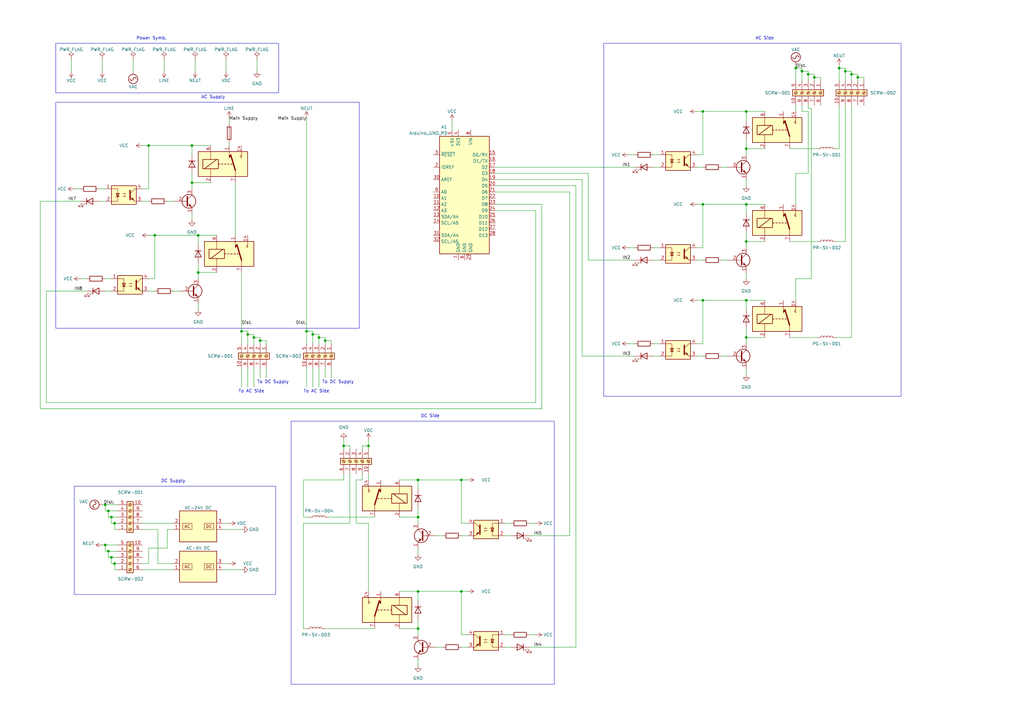
<source format=kicad_sch>
(kicad_sch (version 20230121) (generator eeschema)
  (paper "A3")
  (title_block (title "Relay Circuit Schematic") (date "2023-05-06") (rev "C") (company "UBC Rocket") (comment 1 "Thomas Bement"))
  (lib_symbols
    (symbol "CUSTOM:DC_Power" (pin_names (offset 1.016))
      (property "Reference" "DC" (at -5.08 8.89 0))
      (property "Value" "AC-DC" (at 2.54 8.89 0))
      (symbol "DC_Power_0_0"
        (text_box "" (at 5.08 1.27 0) (size 0 0) (effects (font (size 1.27 1.27))))
        (text_box "" (at 5.08 2.54 0) (size 0 0) (effects (font (size 1.27 1.27))))
        (text_box "AC" (at 2.54 2.54 0) (size 3.81 -2.54) (effects (font (size 1.27 1.27))))
        (text_box "DC" (at -6.35 2.54 0) (size 3.81 -2.54) (effects (font (size 1.27 1.27))))
      )
      (symbol "DC_Power_1_1"
        (pin passive line (at 10.16 0 180) (length 2.54) (name "~") (number "1"))
        (pin passive line (at 10.16 2.54 180) (length 2.54) (name "~") (number "2"))
        (pin passive line (at -10.16 2.54 0) (length 2.54) (name "~") (number "3"))
        (pin passive line (at -10.16 0 0) (length 2.54) (name "~") (number "4"))
      )
    )
    (symbol "Connector:Screw_Terminal_01x05" (pin_names (offset 1.016) hide)
      (symbol "Screw_Terminal_01x05_1_1"
        (pin passive line (at -5.08 5.08 0) (length 3.81) (name "Pin_1") (number "1"))
        (pin passive line (at 5.08 -5.08 180) (length 3.81) (name "Pin_5") (number "10"))
        (pin passive line (at -5.08 2.54 0) (length 3.81) (name "Pin_2") (number "2"))
        (pin passive line (at -5.08 0 0) (length 3.81) (name "Pin_3") (number "3"))
        (pin passive line (at -5.08 -2.54 0) (length 3.81) (name "Pin_4") (number "4"))
        (pin passive line (at -5.08 -5.08 0) (length 3.81) (name "Pin_5") (number "5"))
        (pin passive line (at 5.08 5.08 180) (length 3.81) (name "Pin_1") (number "6"))
        (pin passive line (at 5.08 2.54 180) (length 3.81) (name "Pin_2") (number "7"))
        (pin passive line (at 5.08 0 180) (length 3.81) (name "Pin_3") (number "8"))
        (pin passive line (at 5.08 -2.54 180) (length 3.81) (name "Pin_4") (number "9"))
      )
    )
    (symbol "Device:Fuse" (pin_numbers hide) (pin_names (offset 0))
      (property "Reference" "F" (at 2.032 0 90))
      (property "Value" "Fuse" (at -1.905 0 90))
      (symbol "Fuse_1_1"
        (pin passive line (at 0 3.81 270) (length 1.27) (name "~") (number "1"))
        (pin passive line (at 0 -3.81 90) (length 1.27) (name "~") (number "2"))
      )
    )
    (symbol "Device:L" (pin_numbers hide) (pin_names (offset 1.016) hide)
      (property "Reference" "L" (at -1.27 0 90))
      (property "Value" "L" (at 1.905 0 90))
      (symbol "L_1_1"
        (pin passive line (at 0 3.81 270) (length 1.27) (name "1") (number "1"))
        (pin passive line (at 0 -3.81 90) (length 1.27) (name "2") (number "2"))
      )
    )
    (symbol "Device:LED" (pin_numbers hide) (pin_names (offset 1.016) hide)
      (property "Reference" "D" (at 0 2.54 0))
      (property "Value" "LED" (at 0 -2.54 0))
      (symbol "LED_1_1"
        (pin passive line (at -3.81 0 0) (length 2.54) (name "K") (number "1"))
        (pin passive line (at 3.81 0 180) (length 2.54) (name "A") (number "2"))
      )
    )
    (symbol "Device:R" (pin_numbers hide) (pin_names (offset 0))
      (property "Reference" "R" (at 2.032 0 90))
      (property "Value" "R" (at 0 0 90))
      (symbol "R_1_1"
        (pin passive line (at 0 3.81 270) (length 1.27) (name "~") (number "1"))
        (pin passive line (at 0 -3.81 90) (length 1.27) (name "~") (number "2"))
      )
    )
    (symbol "Diode:1N4002" (pin_numbers hide) (pin_names hide)
      (property "Reference" "D" (at 0 2.54 0))
      (property "Value" "1N4002" (at 0 -2.54 0))
      (symbol "1N4002_1_1"
        (pin passive line (at -3.81 0 0) (length 2.54) (name "K") (number "1"))
        (pin passive line (at 3.81 0 180) (length 2.54) (name "A") (number "2"))
      )
    )
    (symbol "Isolator:LTV-356T" (pin_names (offset 1.016))
      (property "Reference" "U" (at -5.334 4.826 0))
      (property "Value" "LTV-356T" (at 0 5.08 0))
      (symbol "LTV-356T_1_1"
        (pin passive line (at -7.62 2.54 0) (length 2.54) (name "~") (number "1"))
        (pin passive line (at -7.62 -2.54 0) (length 2.54) (name "~") (number "2"))
        (pin passive line (at 7.62 -2.54 180) (length 2.54) (name "~") (number "3"))
        (pin passive line (at 7.62 2.54 180) (length 2.54) (name "~") (number "4"))
      )
    )
    (symbol "MCU_Module:Arduino_UNO_R3"
      (property "Reference" "A" (at -10.16 23.495 0))
      (property "Value" "Arduino_UNO_R3" (at 5.08 -26.67 0))
      (symbol "Arduino_UNO_R3_1_1"
        (pin no_connect line (at -10.16 -20.32 0) (length 2.54) hide (name "NC") (number "1"))
        (pin bidirectional line (at 12.7 -2.54 180) (length 2.54) (name "A1") (number "10"))
        (pin bidirectional line (at 12.7 -5.08 180) (length 2.54) (name "A2") (number "11"))
        (pin bidirectional line (at 12.7 -7.62 180) (length 2.54) (name "A3") (number "12"))
        (pin bidirectional line (at 12.7 -10.16 180) (length 2.54) (name "SDA/A4") (number "13"))
        (pin bidirectional line (at 12.7 -12.7 180) (length 2.54) (name "SCL/A5") (number "14"))
        (pin bidirectional line (at -12.7 15.24 0) (length 2.54) (name "D0/RX") (number "15"))
        (pin bidirectional line (at -12.7 12.7 0) (length 2.54) (name "D1/TX") (number "16"))
        (pin bidirectional line (at -12.7 10.16 0) (length 2.54) (name "D2") (number "17"))
        (pin bidirectional line (at -12.7 7.62 0) (length 2.54) (name "D3") (number "18"))
        (pin bidirectional line (at -12.7 5.08 0) (length 2.54) (name "D4") (number "19"))
        (pin output line (at 12.7 10.16 180) (length 2.54) (name "IOREF") (number "2"))
        (pin bidirectional line (at -12.7 2.54 0) (length 2.54) (name "D5") (number "20"))
        (pin bidirectional line (at -12.7 0 0) (length 2.54) (name "D6") (number "21"))
        (pin bidirectional line (at -12.7 -2.54 0) (length 2.54) (name "D7") (number "22"))
        (pin bidirectional line (at -12.7 -5.08 0) (length 2.54) (name "D8") (number "23"))
        (pin bidirectional line (at -12.7 -7.62 0) (length 2.54) (name "D9") (number "24"))
        (pin bidirectional line (at -12.7 -10.16 0) (length 2.54) (name "D10") (number "25"))
        (pin bidirectional line (at -12.7 -12.7 0) (length 2.54) (name "D11") (number "26"))
        (pin bidirectional line (at -12.7 -15.24 0) (length 2.54) (name "D12") (number "27"))
        (pin bidirectional line (at -12.7 -17.78 0) (length 2.54) (name "D13") (number "28"))
        (pin power_in line (at -2.54 -27.94 90) (length 2.54) (name "GND") (number "29"))
        (pin input line (at 12.7 15.24 180) (length 2.54) (name "~{RESET}") (number "3"))
        (pin input line (at 12.7 5.08 180) (length 2.54) (name "AREF") (number "30"))
        (pin bidirectional line (at 12.7 -17.78 180) (length 2.54) (name "SDA/A4") (number "31"))
        (pin bidirectional line (at 12.7 -20.32 180) (length 2.54) (name "SCL/A5") (number "32"))
        (pin power_out line (at 2.54 25.4 270) (length 2.54) (name "3V3") (number "4"))
        (pin power_out line (at 5.08 25.4 270) (length 2.54) (name "+5V") (number "5"))
        (pin power_in line (at 0 -27.94 90) (length 2.54) (name "GND") (number "6"))
        (pin power_in line (at 2.54 -27.94 90) (length 2.54) (name "GND") (number "7"))
        (pin power_in line (at -2.54 25.4 270) (length 2.54) (name "VIN") (number "8"))
        (pin bidirectional line (at 12.7 0 180) (length 2.54) (name "A0") (number "9"))
      )
    )
    (symbol "Relay:DIPxx-1Cxx-51x"
      (property "Reference" "K" (at 11.43 3.81 0))
      (property "Value" "DIPxx-1Cxx-51x" (at 11.43 1.27 0))
      (symbol "DIPxx-1Cxx-51x_1_1"
        (pin passive line (at 2.54 7.62 270) (length 2.54) (name "~") (number "1"))
        (pin passive line (at 7.62 7.62 270) (length 2.54) (name "~") (number "14"))
        (pin passive line (at -5.08 -7.62 90) (length 2.54) (name "~") (number "2"))
        (pin passive line (at -5.08 7.62 270) (length 2.54) (name "~") (number "6"))
        (pin passive line (at 5.08 -7.62 90) (length 2.54) (name "~") (number "7"))
        (pin passive line (at 5.08 -7.62 90) (length 2.54) hide (name "~") (number "8"))
      )
    )
    (symbol "Transistor_BJT:2N2219" (pin_names (offset 0) hide)
      (property "Reference" "Q" (at 5.08 1.905 0))
      (property "Value" "2N2219" (at 5.08 0 0))
      (symbol "2N2219_1_1"
        (pin passive line (at 2.54 -5.08 90) (length 2.54) (name "E") (number "1"))
        (pin passive line (at -5.08 0 0) (length 5.715) (name "B") (number "2"))
        (pin passive line (at 2.54 5.08 270) (length 2.54) (name "C") (number "3"))
      )
    )
    (symbol "VCC_1" (power) (pin_names (offset 0))
      (property "Value" "VCC_1" (at 0 3.81 0))
      (symbol "VCC_1_1_1"
        (pin power_in line (at 0 0 90) (length 0) hide (name "VCC") (number "1"))
      )
    )
    (symbol "power:GND" (power) (pin_names (offset 0))
      (property "Value" "GND" (at 0 -3.81 0))
      (symbol "GND_1_1"
        (pin power_in line (at 0 0 270) (length 0) hide (name "GND") (number "1"))
      )
    )
    (symbol "power:LINE" (power) (pin_names (offset 0))
      (property "Value" "LINE" (at 0 3.81 0))
      (symbol "LINE_1_1"
        (pin power_in line (at 0 0 90) (length 0) hide (name "LINE") (number "1"))
      )
    )
    (symbol "power:NEUT" (power) (pin_names (offset 0))
      (property "Value" "NEUT" (at 0 3.81 0))
      (symbol "NEUT_1_1"
        (pin power_in line (at 0 0 90) (length 0) hide (name "NEUT") (number "1"))
      )
    )
    (symbol "power:PWR_FLAG" (power) (pin_numbers hide) (pin_names (offset 0) hide)
      (property "Value" "PWR_FLAG" (at 0 3.81 0))
      (symbol "PWR_FLAG_0_0"
        (pin power_out line (at 0 0 90) (length 0) (name "pwr") (number "1"))
      )
    )
    (symbol "power:VAC" (power) (pin_names (offset 0))
      (property "Value" "VAC" (at 0 6.35 0))
      (symbol "VAC_1_1"
        (pin power_in line (at 0 0 90) (length 0) hide (name "VAC") (number "1"))
      )
    )
    (symbol "power:VCC" (power) (pin_names (offset 0))
      (property "Value" "VCC" (at 0 3.81 0))
      (symbol "VCC_1_1"
        (pin power_in line (at 0 0 90) (length 0) hide (name "VCC") (number "1"))
      )
    )
    (symbol "power:VDC" (power) (pin_names (offset 0))
      (property "Value" "VDC" (at 0 6.35 0))
      (symbol "VDC_1_1"
        (pin power_in line (at 0 0 90) (length 0) hide (name "VDC") (number "1"))
      )
    )
  )
  (junction (at 78.74 59.69))
  (junction (at 44.45 226.06))
  (junction (at 171.45 212.09))
  (junction (at 125.73 135.89))
  (junction (at 43.18 207.01))
  (junction (at 189.23 196.85))
  (junction (at 306.07 45.72))
  (junction (at 101.6 137.16))
  (junction (at 106.68 139.7))
  (junction (at 60.96 59.69))
  (junction (at 81.28 111.76))
  (junction (at 133.35 139.7))
  (junction (at 328.93 29.21))
  (junction (at 45.72 228.6))
  (junction (at 351.79 31.75))
  (junction (at 306.07 138.43))
  (junction (at 43.18 223.52))
  (junction (at 63.5 96.52))
  (junction (at 288.29 83.82))
  (junction (at 45.72 212.09))
  (junction (at 306.07 99.06))
  (junction (at 104.14 138.43))
  (junction (at 189.23 242.57))
  (junction (at 140.97 182.88))
  (junction (at 171.45 196.85))
  (junction (at 44.45 209.55))
  (junction (at 46.99 231.14))
  (junction (at 326.39 27.94))
  (junction (at 344.17 27.94))
  (junction (at 128.27 137.16))
  (junction (at 346.71 29.21))
  (junction (at 46.99 214.63))
  (junction (at 349.25 30.48))
  (junction (at 306.07 83.82))
  (junction (at 334.01 31.75))
  (junction (at 130.81 138.43))
  (junction (at 306.07 60.96))
  (junction (at 331.47 30.48))
  (junction (at 288.29 45.72))
  (junction (at 288.29 123.19))
  (junction (at 306.07 123.19))
  (junction (at 78.74 74.93))
  (junction (at 151.13 182.88))
  (junction (at 99.06 135.89))
  (junction (at 171.45 257.81))
  (junction (at 171.45 242.57))
  (junction (at 81.28 96.52))
  (wire (pts (xy 332.74 114.3) (xy 326.39 114.3)))
  (wire (pts (xy 306.07 111.76) (xy 306.07 114.3)))
  (wire (pts (xy 328.93 43.18) (xy 328.93 45.72)))
  (wire (pts (xy 306.07 57.15) (xy 306.07 60.96)))
  (wire (pts (xy 91.44 214.63) (xy 93.98 214.63)))
  (wire (pts (xy 44.45 228.6) (xy 44.45 226.06)))
  (wire (pts (xy 326.39 27.94) (xy 326.39 33.02)))
  (wire (pts (xy 171.45 242.57) (xy 163.83 242.57)))
  (wire (pts (xy 124.46 212.09) (xy 127 212.09)))
  (wire (pts (xy 306.07 60.96) (xy 313.69 60.96)))
  (wire (pts (xy 241.3 106.68) (xy 260.35 106.68)))
  (wire (pts (xy 45.72 214.63) (xy 45.72 212.09)))
  (wire (pts (xy 143.51 214.63) (xy 124.46 214.63)))
  (wire (pts (xy 48.26 214.63) (xy 46.99 214.63)))
  (wire (pts (xy 219.71 214.63) (xy 217.17 214.63)))
  (wire (pts (xy 336.55 33.02) (xy 336.55 31.75)))
  (wire (pts (xy 288.29 83.82) (xy 306.07 83.82)))
  (wire (pts (xy 346.71 33.02) (xy 346.71 29.21)))
  (wire (pts (xy 328.93 27.94) (xy 326.39 27.94)))
  (wire (pts (xy 285.75 123.19) (xy 288.29 123.19)))
  (wire (pts (xy 203.2 71.12) (xy 241.3 71.12)))
  (wire (pts (xy 306.07 45.72) (xy 313.69 45.72)))
  (wire (pts (xy 222.25 167.64) (xy 16.51 167.64)))
  (wire (pts (xy 349.25 43.18) (xy 349.25 138.43)))
  (wire (pts (xy 125.73 135.89) (xy 128.27 135.89)))
  (wire (pts (xy 45.72 228.6) (xy 44.45 228.6)))
  (wire (pts (xy 267.97 106.68) (xy 270.51 106.68)))
  (wire (pts (xy 344.17 43.18) (xy 344.17 60.96)))
  (wire (pts (xy 124.46 196.85) (xy 124.46 212.09)))
  (wire (pts (xy 326.39 114.3) (xy 326.39 123.19)))
  (wire (pts (xy 16.51 82.55) (xy 33.02 82.55)))
  (wire (pts (xy 306.07 95.25) (xy 306.07 99.06)))
  (wire (pts (xy 217.17 219.71) (xy 233.68 219.71)))
  (wire (pts (xy 41.91 207.01) (xy 43.18 207.01)))
  (wire (pts (xy 81.28 124.46) (xy 81.28 127)))
  (wire (pts (xy 128.27 140.97) (xy 128.27 137.16)))
  (wire (pts (xy 30.48 77.47) (xy 33.02 77.47)))
  (wire (pts (xy 189.23 242.57) (xy 171.45 242.57)))
  (wire (pts (xy 33.02 114.3) (xy 35.56 114.3)))
  (wire (pts (xy 344.17 60.96) (xy 342.9 60.96)))
  (wire (pts (xy 143.51 182.88) (xy 140.97 182.88)))
  (wire (pts (xy 285.75 45.72) (xy 288.29 45.72)))
  (wire (pts (xy 331.47 71.12) (xy 326.39 71.12)))
  (wire (pts (xy 46.99 217.17) (xy 46.99 214.63)))
  (wire (pts (xy 68.58 82.55) (xy 71.12 82.55)))
  (wire (pts (xy 351.79 33.02) (xy 351.79 31.75)))
  (wire (pts (xy 222.25 83.82) (xy 222.25 167.64)))
  (wire (pts (xy 191.77 242.57) (xy 189.23 242.57)))
  (wire (pts (xy 81.28 111.76) (xy 88.9 111.76)))
  (wire (pts (xy 140.97 196.85) (xy 124.46 196.85)))
  (wire (pts (xy 171.45 224.79) (xy 171.45 227.33)))
  (wire (pts (xy 45.72 231.14) (xy 45.72 228.6)))
  (wire (pts (xy 323.85 99.06) (xy 335.28 99.06)))
  (wire (pts (xy 171.45 208.28) (xy 171.45 212.09)))
  (wire (pts (xy 91.44 233.68) (xy 99.06 233.68)))
  (wire (pts (xy 99.06 151.13) (xy 99.06 158.75)))
  (wire (pts (xy 48.26 231.14) (xy 46.99 231.14)))
  (wire (pts (xy 19.05 165.1) (xy 19.05 119.38)))
  (wire (pts (xy 64.77 217.17) (xy 64.77 231.14)))
  (wire (pts (xy 43.18 119.38) (xy 45.72 119.38)))
  (wire (pts (xy 306.07 45.72) (xy 306.07 49.53)))
  (wire (pts (xy 209.55 214.63) (xy 207.01 214.63)))
  (wire (pts (xy 328.93 29.21) (xy 328.93 27.94)))
  (wire (pts (xy 81.28 111.76) (xy 81.28 114.3)))
  (wire (pts (xy 191.77 219.71) (xy 189.23 219.71)))
  (wire (pts (xy 285.75 68.58) (xy 288.29 68.58)))
  (wire (pts (xy 60.96 119.38) (xy 63.5 119.38)))
  (wire (pts (xy 331.47 43.18) (xy 331.47 44.45)))
  (wire (pts (xy 125.73 151.13) (xy 125.73 158.75)))
  (wire (pts (xy 109.22 139.7) (xy 106.68 139.7)))
  (wire (pts (xy 48.26 228.6) (xy 45.72 228.6)))
  (wire (pts (xy 342.9 138.43) (xy 349.25 138.43)))
  (wire (pts (xy 332.74 44.45) (xy 332.74 114.3)))
  (wire (pts (xy 41.91 24.13) (xy 41.91 29.21)))
  (wire (pts (xy 219.71 165.1) (xy 19.05 165.1)))
  (wire (pts (xy 44.45 209.55) (xy 43.18 209.55)))
  (wire (pts (xy 99.06 135.89) (xy 101.6 135.89)))
  (wire (pts (xy 171.45 196.85) (xy 163.83 196.85)))
  (wire (pts (xy 288.29 123.19) (xy 306.07 123.19)))
  (wire (pts (xy 106.68 140.97) (xy 106.68 139.7)))
  (wire (pts (xy 81.28 107.95) (xy 81.28 111.76)))
  (wire (pts (xy 185.42 49.53) (xy 185.42 53.34)))
  (wire (pts (xy 40.64 82.55) (xy 43.18 82.55)))
  (wire (pts (xy 171.45 196.85) (xy 171.45 200.66)))
  (wire (pts (xy 78.74 59.69) (xy 86.36 59.69)))
  (wire (pts (xy 58.42 59.69) (xy 60.96 59.69)))
  (wire (pts (xy 285.75 83.82) (xy 288.29 83.82)))
  (wire (pts (xy 151.13 194.31) (xy 151.13 196.85)))
  (wire (pts (xy 78.74 71.12) (xy 78.74 74.93)))
  (wire (pts (xy 64.77 231.14) (xy 71.12 231.14)))
  (wire (pts (xy 306.07 83.82) (xy 306.07 87.63)))
  (wire (pts (xy 43.18 226.06) (xy 43.18 223.52)))
  (wire (pts (xy 81.28 96.52) (xy 88.9 96.52)))
  (wire (pts (xy 58.42 231.14) (xy 60.96 231.14)))
  (wire (pts (xy 106.68 151.13) (xy 106.68 154.94)))
  (wire (pts (xy 43.18 207.01) (xy 48.26 207.01)))
  (wire (pts (xy 328.93 33.02) (xy 328.93 29.21)))
  (wire (pts (xy 323.85 138.43) (xy 335.28 138.43)))
  (wire (pts (xy 80.01 24.13) (xy 80.01 29.21)))
  (wire (pts (xy 125.73 257.81) (xy 124.46 257.81)))
  (wire (pts (xy 171.45 242.57) (xy 171.45 246.38)))
  (wire (pts (xy 130.81 138.43) (xy 133.35 138.43)))
  (wire (pts (xy 236.22 265.43) (xy 217.17 265.43)))
  (wire (pts (xy 233.68 219.71) (xy 233.68 78.74)))
  (wire (pts (xy 101.6 151.13) (xy 101.6 158.75)))
  (wire (pts (xy 48.26 226.06) (xy 44.45 226.06)))
  (wire (pts (xy 267.97 140.97) (xy 270.51 140.97)))
  (wire (pts (xy 48.26 233.68) (xy 46.99 233.68)))
  (wire (pts (xy 257.81 140.97) (xy 260.35 140.97)))
  (wire (pts (xy 46.99 214.63) (xy 45.72 214.63)))
  (wire (pts (xy 306.07 134.62) (xy 306.07 138.43)))
  (wire (pts (xy 44.45 226.06) (xy 43.18 226.06)))
  (wire (pts (xy 109.22 151.13) (xy 109.22 154.94)))
  (wire (pts (xy 209.55 260.35) (xy 207.01 260.35)))
  (wire (pts (xy 91.44 217.17) (xy 99.06 217.17)))
  (wire (pts (xy 124.46 214.63) (xy 124.46 257.81)))
  (wire (pts (xy 151.13 182.88) (xy 151.13 184.15)))
  (wire (pts (xy 203.2 68.58) (xy 260.35 68.58)))
  (wire (pts (xy 101.6 137.16) (xy 104.14 137.16)))
  (wire (pts (xy 189.23 214.63) (xy 189.23 196.85)))
  (wire (pts (xy 306.07 99.06) (xy 313.69 99.06)))
  (wire (pts (xy 219.71 86.36) (xy 219.71 165.1)))
  (wire (pts (xy 140.97 194.31) (xy 140.97 196.85)))
  (wire (pts (xy 93.98 48.26) (xy 93.98 50.8)))
  (wire (pts (xy 257.81 63.5) (xy 260.35 63.5)))
  (wire (pts (xy 92.71 24.13) (xy 92.71 29.21)))
  (wire (pts (xy 306.07 151.13) (xy 306.07 153.67)))
  (wire (pts (xy 41.91 223.52) (xy 43.18 223.52)))
  (wire (pts (xy 45.72 212.09) (xy 44.45 212.09)))
  (wire (pts (xy 106.68 139.7) (xy 106.68 138.43)))
  (wire (pts (xy 151.13 214.63) (xy 151.13 242.57)))
  (wire (pts (xy 143.51 184.15) (xy 143.51 182.88)))
  (wire (pts (xy 349.25 33.02) (xy 349.25 30.48)))
  (wire (pts (xy 331.47 33.02) (xy 331.47 30.48)))
  (wire (pts (xy 54.61 24.13) (xy 54.61 29.21)))
  (wire (pts (xy 60.96 59.69) (xy 78.74 59.69)))
  (wire (pts (xy 101.6 140.97) (xy 101.6 137.16)))
  (wire (pts (xy 78.74 74.93) (xy 78.74 77.47)))
  (wire (pts (xy 331.47 29.21) (xy 328.93 29.21)))
  (wire (pts (xy 306.07 83.82) (xy 313.69 83.82)))
  (wire (pts (xy 133.35 151.13) (xy 133.35 154.94)))
  (wire (pts (xy 351.79 30.48) (xy 349.25 30.48)))
  (wire (pts (xy 267.97 146.05) (xy 270.51 146.05)))
  (wire (pts (xy 19.05 119.38) (xy 35.56 119.38)))
  (wire (pts (xy 171.45 270.51) (xy 171.45 273.05)))
  (wire (pts (xy 285.75 101.6) (xy 288.29 101.6)))
  (wire (pts (xy 43.18 223.52) (xy 48.26 223.52)))
  (wire (pts (xy 328.93 45.72) (xy 331.47 45.72)))
  (wire (pts (xy 71.12 119.38) (xy 73.66 119.38)))
  (wire (pts (xy 68.58 217.17) (xy 71.12 217.17)))
  (wire (pts (xy 306.07 60.96) (xy 306.07 63.5)))
  (wire (pts (xy 349.25 29.21) (xy 346.71 29.21)))
  (wire (pts (xy 203.2 73.66) (xy 238.76 73.66)))
  (wire (pts (xy 135.89 151.13) (xy 135.89 154.94)))
  (wire (pts (xy 60.96 224.79) (xy 68.58 224.79)))
  (wire (pts (xy 146.05 196.85) (xy 148.59 196.85)))
  (wire (pts (xy 44.45 212.09) (xy 44.45 209.55)))
  (wire (pts (xy 104.14 138.43) (xy 106.68 138.43)))
  (wire (pts (xy 209.55 219.71) (xy 207.01 219.71)))
  (wire (pts (xy 306.07 73.66) (xy 306.07 76.2)))
  (wire (pts (xy 60.96 231.14) (xy 60.96 224.79)))
  (wire (pts (xy 128.27 151.13) (xy 128.27 158.75)))
  (wire (pts (xy 191.77 196.85) (xy 189.23 196.85)))
  (wire (pts (xy 295.91 146.05) (xy 298.45 146.05)))
  (wire (pts (xy 241.3 71.12) (xy 241.3 106.68)))
  (wire (pts (xy 331.47 45.72) (xy 331.47 71.12)))
  (wire (pts (xy 189.23 260.35) (xy 189.23 242.57)))
  (wire (pts (xy 346.71 29.21) (xy 346.71 27.94)))
  (wire (pts (xy 58.42 77.47) (xy 60.96 77.47)))
  (wire (pts (xy 130.81 137.16) (xy 130.81 138.43)))
  (wire (pts (xy 104.14 151.13) (xy 104.14 158.75)))
  (wire (pts (xy 346.71 27.94) (xy 344.17 27.94)))
  (wire (pts (xy 133.35 139.7) (xy 133.35 138.43)))
  (wire (pts (xy 285.75 146.05) (xy 288.29 146.05)))
  (wire (pts (xy 288.29 140.97) (xy 288.29 123.19)))
  (wire (pts (xy 128.27 135.89) (xy 128.27 137.16)))
  (wire (pts (xy 203.2 83.82) (xy 222.25 83.82)))
  (wire (pts (xy 331.47 30.48) (xy 331.47 29.21)))
  (wire (pts (xy 171.45 254) (xy 171.45 257.81)))
  (wire (pts (xy 323.85 60.96) (xy 335.28 60.96)))
  (wire (pts (xy 93.98 58.42) (xy 93.98 59.69)))
  (wire (pts (xy 48.26 209.55) (xy 44.45 209.55)))
  (wire (pts (xy 133.35 140.97) (xy 133.35 139.7)))
  (wire (pts (xy 334.01 31.75) (xy 334.01 30.48)))
  (wire (pts (xy 203.2 86.36) (xy 219.71 86.36)))
  (wire (pts (xy 151.13 182.88) (xy 148.59 182.88)))
  (wire (pts (xy 140.97 180.34) (xy 140.97 182.88)))
  (wire (pts (xy 288.29 101.6) (xy 288.29 83.82)))
  (wire (pts (xy 267.97 68.58) (xy 270.51 68.58)))
  (wire (pts (xy 334.01 33.02) (xy 334.01 31.75)))
  (wire (pts (xy 285.75 140.97) (xy 288.29 140.97)))
  (wire (pts (xy 130.81 140.97) (xy 130.81 138.43)))
  (wire (pts (xy 78.74 74.93) (xy 86.36 74.93)))
  (wire (pts (xy 78.74 87.63) (xy 78.74 90.17)))
  (wire (pts (xy 346.71 43.18) (xy 346.71 99.06)))
  (wire (pts (xy 306.07 138.43) (xy 313.69 138.43)))
  (wire (pts (xy 48.26 212.09) (xy 45.72 212.09)))
  (wire (pts (xy 344.17 26.67) (xy 344.17 27.94)))
  (wire (pts (xy 140.97 182.88) (xy 140.97 184.15)))
  (wire (pts (xy 203.2 76.2) (xy 236.22 76.2)))
  (wire (pts (xy 105.41 24.13) (xy 105.41 29.21)))
  (wire (pts (xy 60.96 114.3) (xy 63.5 114.3)))
  (wire (pts (xy 191.77 214.63) (xy 189.23 214.63)))
  (wire (pts (xy 219.71 260.35) (xy 217.17 260.35)))
  (wire (pts (xy 135.89 139.7) (xy 133.35 139.7)))
  (wire (pts (xy 40.64 77.47) (xy 43.18 77.47)))
  (wire (pts (xy 326.39 26.67) (xy 326.39 27.94)))
  (wire (pts (xy 125.73 135.89) (xy 125.73 140.97)))
  (wire (pts (xy 288.29 45.72) (xy 306.07 45.72)))
  (wire (pts (xy 354.33 31.75) (xy 351.79 31.75)))
  (wire (pts (xy 60.96 77.47) (xy 60.96 59.69)))
  (wire (pts (xy 63.5 96.52) (xy 81.28 96.52)))
  (wire (pts (xy 171.45 257.81) (xy 163.83 257.81)))
  (wire (pts (xy 104.14 140.97) (xy 104.14 138.43)))
  (wire (pts (xy 285.75 63.5) (xy 288.29 63.5)))
  (wire (pts (xy 46.99 231.14) (xy 45.72 231.14)))
  (wire (pts (xy 58.42 214.63) (xy 71.12 214.63)))
  (wire (pts (xy 346.71 99.06) (xy 342.9 99.06)))
  (wire (pts (xy 135.89 140.97) (xy 135.89 139.7)))
  (wire (pts (xy 99.06 111.76) (xy 99.06 135.89)))
  (wire (pts (xy 143.51 194.31) (xy 143.51 214.63)))
  (wire (pts (xy 81.28 96.52) (xy 81.28 100.33)))
  (wire (pts (xy 171.45 212.09) (xy 171.45 214.63)))
  (wire (pts (xy 238.76 146.05) (xy 260.35 146.05)))
  (wire (pts (xy 326.39 43.18) (xy 326.39 45.72)))
  (wire (pts (xy 101.6 135.89) (xy 101.6 137.16)))
  (wire (pts (xy 58.42 233.68) (xy 71.12 233.68)))
  (wire (pts (xy 78.74 59.69) (xy 78.74 63.5)))
  (wire (pts (xy 285.75 106.68) (xy 288.29 106.68)))
  (wire (pts (xy 29.21 24.13) (xy 29.21 29.21)))
  (wire (pts (xy 306.07 123.19) (xy 313.69 123.19)))
  (wire (pts (xy 63.5 114.3) (xy 63.5 96.52)))
  (wire (pts (xy 288.29 63.5) (xy 288.29 45.72)))
  (wire (pts (xy 43.18 114.3) (xy 45.72 114.3)))
  (wire (pts (xy 60.96 96.52) (xy 63.5 96.52)))
  (wire (pts (xy 257.81 101.6) (xy 260.35 101.6)))
  (wire (pts (xy 67.31 24.13) (xy 67.31 29.21)))
  (wire (pts (xy 326.39 71.12) (xy 326.39 83.82)))
  (wire (pts (xy 153.67 212.09) (xy 134.62 212.09)))
  (wire (pts (xy 344.17 27.94) (xy 344.17 33.02)))
  (wire (pts (xy 153.67 257.81) (xy 133.35 257.81)))
  (wire (pts (xy 236.22 76.2) (xy 236.22 265.43)))
  (wire (pts (xy 58.42 82.55) (xy 60.96 82.55)))
  (wire (pts (xy 238.76 73.66) (xy 238.76 146.05)))
  (wire (pts (xy 191.77 260.35) (xy 189.23 260.35)))
  (wire (pts (xy 148.59 194.31) (xy 148.59 196.85)))
  (wire (pts (xy 349.25 30.48) (xy 349.25 29.21)))
  (wire (pts (xy 125.73 48.26) (xy 125.73 135.89)))
  (wire (pts (xy 306.07 138.43) (xy 306.07 140.97)))
  (wire (pts (xy 336.55 31.75) (xy 334.01 31.75)))
  (wire (pts (xy 43.18 209.55) (xy 43.18 207.01)))
  (wire (pts (xy 306.07 123.19) (xy 306.07 127)))
  (wire (pts (xy 334.01 30.48) (xy 331.47 30.48)))
  (wire (pts (xy 91.44 231.14) (xy 93.98 231.14)))
  (wire (pts (xy 267.97 101.6) (xy 270.51 101.6)))
  (wire (pts (xy 151.13 214.63) (xy 146.05 214.63)))
  (wire (pts (xy 354.33 33.02) (xy 354.33 31.75)))
  (wire (pts (xy 189.23 196.85) (xy 171.45 196.85)))
  (wire (pts (xy 295.91 68.58) (xy 298.45 68.58)))
  (wire (pts (xy 128.27 137.16) (xy 130.81 137.16)))
  (wire (pts (xy 267.97 63.5) (xy 270.51 63.5)))
  (wire (pts (xy 16.51 167.64) (xy 16.51 82.55)))
  (wire (pts (xy 181.61 219.71) (xy 179.07 219.71)))
  (wire (pts (xy 203.2 78.74) (xy 233.68 78.74)))
  (wire (pts (xy 351.79 31.75) (xy 351.79 30.48)))
  (wire (pts (xy 171.45 212.09) (xy 163.83 212.09)))
  (wire (pts (xy 191.77 265.43) (xy 189.23 265.43)))
  (wire (pts (xy 151.13 180.34) (xy 151.13 182.88)))
  (wire (pts (xy 104.14 137.16) (xy 104.14 138.43)))
  (wire (pts (xy 181.61 265.43) (xy 179.07 265.43)))
  (wire (pts (xy 171.45 257.81) (xy 171.45 260.35)))
  (wire (pts (xy 209.55 265.43) (xy 207.01 265.43)))
  (wire (pts (xy 109.22 140.97) (xy 109.22 139.7)))
  (wire (pts (xy 306.07 99.06) (xy 306.07 101.6)))
  (wire (pts (xy 146.05 214.63) (xy 146.05 196.85)))
  (wire (pts (xy 58.42 217.17) (xy 64.77 217.17)))
  (wire (pts (xy 68.58 224.79) (xy 68.58 217.17)))
  (wire (pts (xy 130.81 151.13) (xy 130.81 158.75)))
  (wire (pts (xy 99.06 135.89) (xy 99.06 140.97)))
  (wire (pts (xy 46.99 233.68) (xy 46.99 231.14)))
  (wire (pts (xy 48.26 217.17) (xy 46.99 217.17)))
  (wire (pts (xy 148.59 184.15) (xy 148.59 182.88)))
  (wire (pts (xy 96.52 74.93) (xy 96.52 96.52)))
  (wire (pts (xy 295.91 106.68) (xy 298.45 106.68)))
  (wire (pts (xy 331.47 44.45) (xy 332.74 44.45)))
  (rectangle (start 22.86 17.78) (end 114.3 38.1))
  (rectangle (start 247.65 17.78) (end 369.57 162.56))
  (rectangle (start 22.86 41.91) (end 147.32 134.62))
  (rectangle (start 119.38 280.67) (end 227.33 172.72))
  (rectangle (start 30.48 199.39) (end 113.03 243.84))
  (text "To DC Supply" (at 105.41 157.48 0) (effects (font (size 1.27 1.27)) (justify left bottom)))
  (text "To DC Supply" (at 132.08 157.48 0) (effects (font (size 1.27 1.27)) (justify left bottom)))
  (text "AC Supply" (at 82.55 40.64 0) (effects (font (size 1.27 1.27)) (justify left bottom)))
  (text "Power Symb." (at 55.88 16.51 0) (effects (font (size 1.27 1.27)) (justify left bottom)))
  (text "AC Side" (at 309.88 16.51 0) (effects (font (size 1.27 1.27)) (justify left bottom)))
  (text "To AC Side" (at 124.46 161.29 0) (effects (font (size 1.27 1.27)) (justify left bottom)))
  (text "DC Supply" (at 66.04 198.12 0) (effects (font (size 1.27 1.27)) (justify left bottom)))
  (text "To AC Side" (at 97.79 161.29 0) (effects (font (size 1.27 1.27)) (justify left bottom)))
  (text "DC Side" (at 180.34 171.45 0) (effects (font (size 1.27 1.27)) (justify right bottom)))
  (label "IN7" (at 27.94 82.55 0))
  (label "IN1" (at 255.27 68.58 0))
  (label "Dist." (at 326.39 27.94 0))
  (label "IN3" (at 255.27 146.05 0))
  (label "Dist." (at 99.06 133.35 0))
  (label "IN2" (at 255.27 106.68 0))
  (label "IN4" (at 222.25 265.43 180))
  (label "IN8" (at 30.48 119.38 0))
  (label "Main Supply" (at 125.73 49.53 180))
  (label "IN5" (at 222.25 219.71 180))
  (label "Main Supply" (at 93.98 49.53 0))
  (label "Dist." (at 125.73 133.35 180))
  (label "Dist." (at 46.99 207.01 180))
  (symbol (lib_id "Device:R") (at 292.1 68.58 90) (unit 1)
    (property "Reference" "R2" (effects hide))
    (property "Value" "R" (effects hide))
  )
  (symbol (lib_id "Device:L") (at 339.09 99.06 90) (unit 1)
    (property "Reference" "PR-SV-002" (at 339.09 101.6 90))
    (property "Value" "L" (effects hide))
  )
  (symbol (lib_id "Isolator:LTV-356T") (at 278.13 143.51 0) (unit 1)
    (property "Reference" "U6" (effects hide))
    (property "Value" "LTV-356T" (effects hide))
    (property "Footprint" "Package_SO:SO-4_4.4x3.6mm_P2.54mm" (effects hide))
    (property "Datasheet" "http://optoelectronics.liteon.com/upload/download/DS70-2001-010/S_110_LTV-356T%2020140520.pdf" (effects hide))
  )
  (symbol (lib_id "power:GND") (at 306.07 76.2 0) (unit 1)
    (property "Reference" "#PWR08" (effects hide))
    (property "Value" "GND" (at 306.07 81.28 0))
  )
  (symbol (lib_id "CUSTOM:DC_Power") (at 81.28 233.68 0) (mirror y) (unit 1)
    (property "Reference" "DC2" (effects hide))
    (property "Value" "AC-5V DC" (at 81.28 224.79 0))
  )
  (symbol (lib_id "Device:LED") (at 39.37 119.38 0) (unit 1)
    (property "Reference" "D13" (effects hide))
    (property "Value" "LED" (effects hide))
  )
  (symbol (lib_id "power:VCC") (at 30.48 77.47 90) (mirror x) (unit 1)
    (property "Reference" "#PWR027" (effects hide))
    (property "Value" "VCC" (at 25.4 77.47 90))
  )
  (symbol (lib_id "power:NEUT") (at 125.73 48.26 0) (mirror y) (unit 1)
    (property "Reference" "#PWR031" (effects hide))
    (property "Value" "NEUT" (at 125.73 44.45 0))
  )
  (symbol (lib_name "VCC_1") (lib_id "power:VCC") (at 60.96 96.52 90) (mirror x) (unit 1)
    (property "Reference" "#PWR041" (effects hide))
    (property "Value" "JD-VCC" (at 53.34 96.52 90))
  )
  (symbol (lib_id "Relay:DIPxx-1Cxx-51x") (at 158.75 204.47 0) (mirror y) (unit 1)
    (property "Reference" "K3" (effects hide))
    (property "Value" "DIPxx-1Cxx-51x" (effects hide))
    (property "Footprint" "Relay_THT:Relay_StandexMeder_DIP_LowProfile" (effects hide))
    (property "Datasheet" "https://standexelectronics.com/wp-content/uploads/datasheet_reed_relay_DIP.pdf" (effects hide))
  )
  (symbol (lib_id "Device:R") (at 213.36 260.35 270) (mirror x) (unit 1)
    (property "Reference" "R7" (effects hide))
    (property "Value" "R" (effects hide))
  )
  (symbol (lib_id "Device:R") (at 185.42 219.71 270) (mirror x) (unit 1)
    (property "Reference" "R6" (effects hide))
    (property "Value" "R" (effects hide))
  )
  (symbol (lib_id "Device:LED") (at 36.83 82.55 0) (unit 1)
    (property "Reference" "D9" (effects hide))
    (property "Value" "LED" (effects hide))
  )
  (symbol (lib_id "power:GND") (at 99.06 233.68 90) (mirror x) (unit 1)
    (property "Reference" "#PWR026" (effects hide))
    (property "Value" "GND" (at 104.14 233.68 90))
  )
  (symbol (lib_id "Transistor_BJT:2N2219") (at 303.53 146.05 0) (unit 1)
    (property "Reference" "Q6" (effects hide))
    (property "Value" "2N2219" (effects hide))
    (property "Footprint" "Package_TO_SOT_THT:TO-39-3" (effects hide))
    (property "Datasheet" "http://www.onsemi.com/pub_link/Collateral/2N2219-D.PDF" (effects hide))
  )
  (symbol (lib_id "power:VAC") (at 54.61 29.21 0) (mirror x) (unit 1)
    (property "Reference" "#PWR01" (effects hide))
    (property "Value" "VAC" (at 54.61 35.56 0))
  )
  (symbol (lib_id "power:PWR_FLAG") (at 29.21 24.13 0) (unit 1)
    (property "Reference" "#FLG01" (effects hide))
    (property "Value" "PWR_FLAG" (at 29.21 20.32 0))
  )
  (symbol (lib_id "power:VDC") (at 93.98 214.63 270) (unit 1)
    (property "Reference" "#PWR023" (effects hide))
    (property "Value" "VDC" (at 99.06 214.63 90))
  )
  (symbol (lib_name "VCC_1") (lib_id "power:VCC") (at 191.77 196.85 270) (unit 1)
    (property "Reference" "#PWR015" (effects hide))
    (property "Value" "JD-VCC" (at 199.39 196.85 90))
  )
  (symbol (lib_id "power:VCC") (at 257.81 140.97 90) (mirror x) (unit 1)
    (property "Reference" "#PWR036" (effects hide))
    (property "Value" "VCC" (at 252.73 140.97 90))
  )
  (symbol (lib_id "power:NEUT") (at 80.01 29.21 0) (mirror x) (unit 1)
    (property "Reference" "#PWR03" (effects hide))
    (property "Value" "NEUT" (at 80.01 33.02 0))
  )
  (symbol (lib_id "Transistor_BJT:2N2219") (at 173.99 265.43 0) (mirror y) (unit 1)
    (property "Reference" "Q4" (effects hide))
    (property "Value" "2N2219" (effects hide))
    (property "Footprint" "Package_TO_SOT_THT:TO-39-3" (effects hide))
    (property "Datasheet" "http://www.onsemi.com/pub_link/Collateral/2N2219-D.PDF" (effects hide))
  )
  (symbol (lib_id "power:PWR_FLAG") (at 92.71 24.13 0) (unit 1)
    (property "Reference" "#FLG06" (effects hide))
    (property "Value" "PWR_FLAG" (at 92.71 20.32 0))
  )
  (symbol (lib_id "Relay:DIPxx-1Cxx-51x") (at 318.77 130.81 0) (unit 1)
    (property "Reference" "K6" (effects hide))
    (property "Value" "DIPxx-1Cxx-51x" (effects hide))
    (property "Footprint" "Relay_THT:Relay_StandexMeder_DIP_LowProfile" (effects hide))
    (property "Datasheet" "https://standexelectronics.com/wp-content/uploads/datasheet_reed_relay_DIP.pdf" (effects hide))
  )
  (symbol (lib_name "VCC_1") (lib_id "power:VCC") (at 285.75 83.82 90) (mirror x) (unit 1)
    (property "Reference" "#PWR010" (effects hide))
    (property "Value" "JD-VCC" (at 278.13 83.82 90))
  )
  (symbol (lib_id "power:GND") (at 78.74 90.17 0) (unit 1)
    (property "Reference" "#PWR029" (effects hide))
    (property "Value" "GND" (at 78.74 95.25 0))
  )
  (symbol (lib_id "power:GND") (at 306.07 114.3 0) (unit 1)
    (property "Reference" "#PWR011" (effects hide))
    (property "Value" "GND" (at 306.07 119.38 0))
  )
  (symbol (lib_id "Device:R") (at 39.37 114.3 90) (unit 1)
    (property "Reference" "R13" (effects hide))
    (property "Value" "R" (effects hide))
  )
  (symbol (lib_id "Diode:1N4002") (at 171.45 204.47 90) (mirror x) (unit 1)
    (property "Reference" "D6" (effects hide))
    (property "Value" "1N4002" (effects hide))
    (property "Footprint" "Diode_THT:D_DO-41_SOD81_P10.16mm_Horizontal" (effects hide))
    (property "Datasheet" "http://www.vishay.com/docs/88503/1n4001.pdf" (effects hide))
    (property "Sim.Device" "D" (effects hide))
    (property "Sim.Pins" "1=K 2=A" (effects hide))
  )
  (symbol (lib_id "Device:R") (at 36.83 77.47 90) (unit 1)
    (property "Reference" "R9" (effects hide))
    (property "Value" "R" (effects hide))
  )
  (symbol (lib_id "Diode:1N4002") (at 306.07 91.44 270) (unit 1)
    (property "Reference" "D4" (effects hide))
    (property "Value" "1N4002" (effects hide))
    (property "Footprint" "Diode_THT:D_DO-41_SOD81_P10.16mm_Horizontal" (effects hide))
    (property "Datasheet" "http://www.vishay.com/docs/88503/1n4001.pdf" (effects hide))
    (property "Sim.Device" "D" (effects hide))
    (property "Sim.Pins" "1=K 2=A" (effects hide))
  )
  (symbol (lib_name "VCC_1") (lib_id "power:VCC") (at 41.91 29.21 0) (mirror x) (unit 1)
    (property "Reference" "#PWR06" (effects hide))
    (property "Value" "JD-VCC" (at 41.91 33.02 0))
  )
  (symbol (lib_name "VCC_1") (lib_id "power:VCC") (at 285.75 123.19 90) (mirror x) (unit 1)
    (property "Reference" "#PWR037" (effects hide))
    (property "Value" "JD-VCC" (at 278.13 123.19 90))
  )
  (symbol (lib_id "Isolator:LTV-356T") (at 278.13 104.14 0) (unit 1)
    (property "Reference" "U2" (effects hide))
    (property "Value" "LTV-356T" (effects hide))
    (property "Footprint" "Package_SO:SO-4_4.4x3.6mm_P2.54mm" (effects hide))
    (property "Datasheet" "http://optoelectronics.liteon.com/upload/download/DS70-2001-010/S_110_LTV-356T%2020140520.pdf" (effects hide))
  )
  (symbol (lib_id "Device:R") (at 213.36 214.63 270) (mirror x) (unit 1)
    (property "Reference" "R5" (effects hide))
    (property "Value" "R" (effects hide))
  )
  (symbol (lib_id "Relay:DIPxx-1Cxx-51x") (at 318.77 91.44 0) (unit 1)
    (property "Reference" "K1" (effects hide))
    (property "Value" "DIPxx-1Cxx-51x" (effects hide))
    (property "Footprint" "Relay_THT:Relay_StandexMeder_DIP_LowProfile" (effects hide))
    (property "Datasheet" "https://standexelectronics.com/wp-content/uploads/datasheet_reed_relay_DIP.pdf" (effects hide))
  )
  (symbol (lib_id "Device:R") (at 292.1 146.05 90) (unit 1)
    (property "Reference" "R12" (effects hide))
    (property "Value" "R" (effects hide))
  )
  (symbol (lib_id "power:VAC") (at 41.91 207.01 90) (unit 1)
    (property "Reference" "#PWR043" (effects hide))
    (property "Value" "VAC" (at 34.29 205.74 90))
  )
  (symbol (lib_id "Device:LED") (at 264.16 146.05 0) (unit 1)
    (property "Reference" "D11" (effects hide))
    (property "Value" "LED" (effects hide))
  )
  (symbol (lib_name "VCC_1") (lib_id "power:VCC") (at 191.77 242.57 270) (unit 1)
    (property "Reference" "#PWR021" (effects hide))
    (property "Value" "JD-VCC" (at 199.39 242.57 90))
  )
  (symbol (lib_id "Device:R") (at 292.1 106.68 90) (unit 1)
    (property "Reference" "R4" (effects hide))
    (property "Value" "R" (effects hide))
  )
  (symbol (lib_id "power:GND") (at 171.45 273.05 0) (mirror y) (unit 1)
    (property "Reference" "#PWR022" (effects hide))
    (property "Value" "GND" (at 171.45 278.13 0))
  )
  (symbol (lib_id "Transistor_BJT:2N2219") (at 303.53 106.68 0) (unit 1)
    (property "Reference" "Q2" (effects hide))
    (property "Value" "2N2219" (effects hide))
    (property "Footprint" "Package_TO_SOT_THT:TO-39-3" (effects hide))
    (property "Datasheet" "http://www.onsemi.com/pub_link/Collateral/2N2219-D.PDF" (effects hide))
  )
  (symbol (lib_id "Device:Fuse") (at 93.98 54.61 0) (unit 1)
    (property "Reference" "F1" (effects hide))
    (property "Value" "Fuse" (effects hide))
  )
  (symbol (lib_id "Transistor_BJT:2N2219") (at 76.2 82.55 0) (unit 1)
    (property "Reference" "Q5" (effects hide))
    (property "Value" "2N2219" (effects hide))
    (property "Footprint" "Package_TO_SOT_THT:TO-39-3" (effects hide))
    (property "Datasheet" "http://www.onsemi.com/pub_link/Collateral/2N2219-D.PDF" (effects hide))
  )
  (symbol (lib_id "power:VCC") (at 219.71 214.63 270) (unit 1)
    (property "Reference" "#PWR014" (effects hide))
    (property "Value" "VCC" (at 224.79 214.63 90))
  )
  (symbol (lib_id "Device:L") (at 129.54 257.81 270) (mirror x) (unit 1)
    (property "Reference" "PR-SV-003" (at 129.54 260.35 90))
    (property "Value" "L" (effects hide))
  )
  (symbol (lib_id "power:NEUT") (at 41.91 223.52 90) (unit 1)
    (property "Reference" "#PWR044" (effects hide))
    (property "Value" "NEUT" (at 36.195 222.885 90))
  )
  (symbol (lib_id "power:VAC") (at 326.39 26.67 0) (mirror y) (unit 1)
    (property "Reference" "#PWR013" (effects hide))
    (property "Value" "VAC" (at 326.39 20.32 0))
  )
  (symbol (lib_id "Connector:Screw_Terminal_01x05") (at 331.47 38.1 270) (unit 1)
    (property "Reference" "SCRW-001" (at 313.69 38.1 90) (effects (justify left)))
    (property "Value" "Screw_Terminal_01x05" (effects hide))
  )
  (symbol (lib_id "CUSTOM:DC_Power") (at 81.28 217.17 0) (mirror y) (unit 1)
    (property "Reference" "DC1" (effects hide))
    (property "Value" "AC-24V DC" (at 81.28 208.28 0))
  )
  (symbol (lib_id "Connector:Screw_Terminal_01x05") (at 349.25 38.1 270) (unit 1)
    (property "Reference" "SCRW-002" (at 356.87 38.1 90) (effects (justify left)))
    (property "Value" "Screw_Terminal_01x05" (effects hide))
  )
  (symbol (lib_id "Relay:DIPxx-1Cxx-51x") (at 93.98 104.14 0) (unit 1)
    (property "Reference" "K7" (effects hide))
    (property "Value" "DIPxx-1Cxx-51x" (effects hide))
    (property "Footprint" "Relay_THT:Relay_StandexMeder_DIP_LowProfile" (effects hide))
    (property "Datasheet" "https://standexelectronics.com/wp-content/uploads/datasheet_reed_relay_DIP.pdf" (effects hide))
  )
  (symbol (lib_id "Device:R") (at 264.16 63.5 90) (unit 1)
    (property "Reference" "R1" (effects hide))
    (property "Value" "R" (effects hide))
  )
  (symbol (lib_id "power:PWR_FLAG") (at 41.91 24.13 0) (unit 1)
    (property "Reference" "#FLG02" (effects hide))
    (property "Value" "PWR_FLAG" (at 41.91 20.32 0))
  )
  (symbol (lib_name "VCC_1") (lib_id "power:VCC") (at 285.75 45.72 90) (mirror x) (unit 1)
    (property "Reference" "#PWR07" (effects hide))
    (property "Value" "JD-VCC" (at 278.13 45.72 90))
  )
  (symbol (lib_id "Transistor_BJT:2N2219") (at 303.53 68.58 0) (unit 1)
    (property "Reference" "Q1" (effects hide))
    (property "Value" "2N2219" (effects hide))
    (property "Footprint" "Package_TO_SOT_THT:TO-39-3" (effects hide))
    (property "Datasheet" "http://www.onsemi.com/pub_link/Collateral/2N2219-D.PDF" (effects hide))
  )
  (symbol (lib_id "power:GND") (at 81.28 127 0) (unit 1)
    (property "Reference" "#PWR042" (effects hide))
    (property "Value" "GND" (at 81.28 132.08 0))
  )
  (symbol (lib_name "VCC_1") (lib_id "power:VCC") (at 58.42 59.69 90) (mirror x) (unit 1)
    (property "Reference" "#PWR028" (effects hide))
    (property "Value" "JD-VCC" (at 50.8 59.69 90))
  )
  (symbol (lib_id "Relay:DIPxx-1Cxx-51x") (at 158.75 250.19 0) (mirror y) (unit 1)
    (property "Reference" "K4" (effects hide))
    (property "Value" "DIPxx-1Cxx-51x" (effects hide))
    (property "Footprint" "Relay_THT:Relay_StandexMeder_DIP_LowProfile" (effects hide))
    (property "Datasheet" "https://standexelectronics.com/wp-content/uploads/datasheet_reed_relay_DIP.pdf" (effects hide))
  )
  (symbol (lib_id "Device:R") (at 64.77 82.55 90) (unit 1)
    (property "Reference" "R10" (effects hide))
    (property "Value" "R" (effects hide))
  )
  (symbol (lib_id "Connector:Screw_Terminal_01x05") (at 146.05 189.23 90) (mirror x) (unit 1)
    (property "Reference" "J3" (effects hide))
    (property "Value" "Screw_Terminal_01x05" (effects hide))
  )
  (symbol (lib_id "power:PWR_FLAG") (at 67.31 24.13 0) (unit 1)
    (property "Reference" "#FLG07" (effects hide))
    (property "Value" "PWR_FLAG" (at 67.31 20.32 0))
  )
  (symbol (lib_id "power:GND") (at 306.07 153.67 0) (unit 1)
    (property "Reference" "#PWR038" (effects hide))
    (property "Value" "GND" (at 306.07 158.75 0))
  )
  (symbol (lib_id "Transistor_BJT:2N2219") (at 78.74 119.38 0) (unit 1)
    (property "Reference" "Q7" (effects hide))
    (property "Value" "2N2219" (effects hide))
    (property "Footprint" "Package_TO_SOT_THT:TO-39-3" (effects hide))
    (property "Datasheet" "http://www.onsemi.com/pub_link/Collateral/2N2219-D.PDF" (effects hide))
  )
  (symbol (lib_id "power:PWR_FLAG") (at 54.61 24.13 0) (unit 1)
    (property "Reference" "#FLG03" (effects hide))
    (property "Value" "PWR_FLAG" (at 54.61 20.32 0))
  )
  (symbol (lib_id "power:PWR_FLAG") (at 80.01 24.13 0) (unit 1)
    (property "Reference" "#FLG04" (effects hide))
    (property "Value" "PWR_FLAG" (at 80.01 20.32 0))
  )
  (symbol (lib_id "power:GND") (at 140.97 180.34 180) (unit 1)
    (property "Reference" "#PWR019" (effects hide))
    (property "Value" "GND" (at 140.97 175.26 0))
  )
  (symbol (lib_id "Isolator:LTV-356T") (at 199.39 217.17 0) (mirror y) (unit 1)
    (property "Reference" "U3" (effects hide))
    (property "Value" "LTV-356T" (effects hide))
    (property "Footprint" "Package_SO:SO-4_4.4x3.6mm_P2.54mm" (effects hide))
    (property "Datasheet" "http://optoelectronics.liteon.com/upload/download/DS70-2001-010/S_110_LTV-356T%2020140520.pdf" (effects hide))
  )
  (symbol (lib_id "power:VCC") (at 33.02 114.3 90) (mirror x) (unit 1)
    (property "Reference" "#PWR025" (effects hide))
    (property "Value" "VCC" (at 27.94 114.3 90))
  )
  (symbol (lib_id "Device:R") (at 264.16 101.6 90) (unit 1)
    (property "Reference" "R3" (effects hide))
    (property "Value" "R" (effects hide))
  )
  (symbol (lib_id "Isolator:LTV-356T") (at 50.8 80.01 0) (unit 1)
    (property "Reference" "U5" (effects hide))
    (property "Value" "LTV-356T" (effects hide))
    (property "Footprint" "Package_SO:SO-4_4.4x3.6mm_P2.54mm" (effects hide))
    (property "Datasheet" "http://optoelectronics.liteon.com/upload/download/DS70-2001-010/S_110_LTV-356T%2020140520.pdf" (effects hide))
  )
  (symbol (lib_id "Connector:Screw_Terminal_01x05") (at 53.34 212.09 0) (mirror x) (unit 1)
    (property "Reference" "SCRW-001" (at 48.26 201.93 0) (effects (justify left)))
    (property "Value" "Screw_Terminal_01x05" (effects hide))
  )
  (symbol (lib_id "power:GND") (at 99.06 217.17 90) (mirror x) (unit 1)
    (property "Reference" "#PWR024" (effects hide))
    (property "Value" "GND" (at 104.14 217.17 90))
  )
  (symbol (lib_id "power:LINE") (at 67.31 29.21 180) (unit 1)
    (property "Reference" "#PWR032" (effects hide))
    (property "Value" "LINE" (at 67.31 33.02 0))
  )
  (symbol (lib_id "Device:LED") (at 213.36 219.71 0) (mirror y) (unit 1)
    (property "Reference" "D5" (effects hide))
    (property "Value" "LED" (effects hide))
  )
  (symbol (lib_id "power:VCC") (at 257.81 101.6 90) (mirror x) (unit 1)
    (property "Reference" "#PWR09" (effects hide))
    (property "Value" "VCC" (at 252.73 101.6 90))
  )
  (symbol (lib_id "Connector:Screw_Terminal_01x05") (at 104.14 146.05 270) (unit 1)
    (property "Reference" "SCRW-001" (at 85.09 146.05 90) (effects (justify left)))
    (property "Value" "Screw_Terminal_01x05" (effects hide))
  )
  (symbol (lib_id "power:PWR_FLAG") (at 105.41 24.13 0) (unit 1)
    (property "Reference" "#FLG05" (effects hide))
    (property "Value" "PWR_FLAG" (at 105.41 20.32 0))
  )
  (symbol (lib_id "Isolator:LTV-356T") (at 278.13 66.04 0) (unit 1)
    (property "Reference" "U1" (effects hide))
    (property "Value" "LTV-356T" (effects hide))
    (property "Footprint" "Package_SO:SO-4_4.4x3.6mm_P2.54mm" (effects hide))
    (property "Datasheet" "http://optoelectronics.liteon.com/upload/download/DS70-2001-010/S_110_LTV-356T%2020140520.pdf" (effects hide))
  )
  (symbol (lib_id "power:VCC") (at 219.71 260.35 270) (unit 1)
    (property "Reference" "#PWR020" (effects hide))
    (property "Value" "VCC" (at 224.79 260.35 90))
  )
  (symbol (lib_id "Device:R") (at 264.16 140.97 90) (unit 1)
    (property "Reference" "R11" (effects hide))
    (property "Value" "R" (effects hide))
  )
  (symbol (lib_id "Device:R") (at 67.31 119.38 90) (unit 1)
    (property "Reference" "R14" (effects hide))
    (property "Value" "R" (effects hide))
  )
  (symbol (lib_id "power:VCC") (at 29.21 29.21 0) (mirror x) (unit 1)
    (property "Reference" "#PWR05" (effects hide))
    (property "Value" "VCC" (at 29.21 33.02 0))
  )
  (symbol (lib_id "Transistor_BJT:2N2219") (at 173.99 219.71 0) (mirror y) (unit 1)
    (property "Reference" "Q3" (effects hide))
    (property "Value" "2N2219" (effects hide))
    (property "Footprint" "Package_TO_SOT_THT:TO-39-3" (effects hide))
    (property "Datasheet" "http://www.onsemi.com/pub_link/Collateral/2N2219-D.PDF" (effects hide))
  )
  (symbol (lib_id "power:VCC") (at 257.81 63.5 90) (mirror x) (unit 1)
    (property "Reference" "#PWR02" (effects hide))
    (property "Value" "VCC" (at 252.73 63.5 90))
  )
  (symbol (lib_id "MCU_Module:Arduino_UNO_R3") (at 190.5 78.74 0) (mirror y) (unit 1)
    (property "Reference" "A1" (at 183.4641 52.07 0) (effects (justify left)))
    (property "Value" "Arduino_UNO_R3" (at 183.4641 54.61 0) (effects (justify left)))
    (property "Footprint" "Module:Arduino_UNO_R3" (effects hide))
    (property "Datasheet" "https://www.arduino.cc/en/Main/arduinoBoardUno" (effects hide))
  )
  (symbol (lib_id "Device:L") (at 130.81 212.09 270) (mirror x) (unit 1)
    (property "Reference" "PR-SV-004" (at 130.81 209.55 90))
    (property "Value" "L" (effects hide))
  )
  (symbol (lib_id "Device:R") (at 185.42 265.43 270) (mirror x) (unit 1)
    (property "Reference" "R8" (effects hide))
    (property "Value" "R" (effects hide))
  )
  (symbol (lib_id "Relay:DIPxx-1Cxx-51x") (at 318.77 53.34 0) (unit 1)
    (property "Reference" "K2" (effects hide))
    (property "Value" "DIPxx-1Cxx-51x" (effects hide))
    (property "Footprint" "Relay_THT:Relay_StandexMeder_DIP_LowProfile" (effects hide))
    (property "Datasheet" "https://standexelectronics.com/wp-content/uploads/datasheet_reed_relay_DIP.pdf" (effects hide))
  )
  (symbol (lib_id "Diode:1N4002") (at 306.07 53.34 270) (unit 1)
    (property "Reference" "D2" (effects hide))
    (property "Value" "1N4002" (effects hide))
    (property "Footprint" "Diode_THT:D_DO-41_SOD81_P10.16mm_Horizontal" (effects hide))
    (property "Datasheet" "http://www.vishay.com/docs/88503/1n4001.pdf" (effects hide))
    (property "Sim.Device" "D" (effects hide))
    (property "Sim.Pins" "1=K 2=A" (effects hide))
  )
  (symbol (lib_id "power:NEUT") (at 344.17 26.67 0) (mirror y) (unit 1)
    (property "Reference" "#PWR012" (effects hide))
    (property "Value" "NEUT" (at 344.17 22.86 0))
  )
  (symbol (lib_id "Connector:Screw_Terminal_01x05") (at 130.81 146.05 270) (unit 1)
    (property "Reference" "SCRW-002" (at 113.03 146.05 90) (effects (justify left)))
    (property "Value" "Screw_Terminal_01x05" (effects hide))
  )
  (symbol (lib_id "power:VDC") (at 92.71 29.21 0) (mirror x) (unit 1)
    (property "Reference" "#PWR017" (effects hide))
    (property "Value" "VDC" (at 92.71 33.02 0))
  )
  (symbol (lib_id "Diode:1N4002") (at 78.74 67.31 270) (unit 1)
    (property "Reference" "D10" (effects hide))
    (property "Value" "1N4002" (effects hide))
    (property "Footprint" "Diode_THT:D_DO-41_SOD81_P10.16mm_Horizontal" (effects hide))
    (property "Datasheet" "http://www.vishay.com/docs/88503/1n4001.pdf" (effects hide))
    (property "Sim.Device" "D" (effects hide))
    (property "Sim.Pins" "1=K 2=A" (effects hide))
  )
  (symbol (lib_id "Device:L") (at 339.09 138.43 90) (unit 1)
    (property "Reference" "PG-SV-001" (at 339.09 140.97 90))
    (property "Value" "L" (effects hide))
  )
  (symbol (lib_name "VCC_1") (lib_id "power:VCC") (at 93.98 231.14 270) (unit 1)
    (property "Reference" "#PWR040" (effects hide))
    (property "Value" "JD-VCC" (at 101.6 231.14 90))
  )
  (symbol (lib_id "Isolator:LTV-356T") (at 53.34 116.84 0) (unit 1)
    (property "Reference" "U7" (effects hide))
    (property "Value" "LTV-356T" (effects hide))
    (property "Footprint" "Package_SO:SO-4_4.4x3.6mm_P2.54mm" (effects hide))
    (property "Datasheet" "http://optoelectronics.liteon.com/upload/download/DS70-2001-010/S_110_LTV-356T%2020140520.pdf" (effects hide))
  )
  (symbol (lib_id "power:GND") (at 171.45 227.33 0) (mirror y) (unit 1)
    (property "Reference" "#PWR016" (effects hide))
    (property "Value" "GND" (at 171.45 232.41 0))
  )
  (symbol (lib_id "Diode:1N4002") (at 306.07 130.81 270) (unit 1)
    (property "Reference" "D12" (effects hide))
    (property "Value" "1N4002" (effects hide))
    (property "Footprint" "Diode_THT:D_DO-41_SOD81_P10.16mm_Horizontal" (effects hide))
    (property "Datasheet" "http://www.vishay.com/docs/88503/1n4001.pdf" (effects hide))
    (property "Sim.Device" "D" (effects hide))
    (property "Sim.Pins" "1=K 2=A" (effects hide))
  )
  (symbol (lib_id "Isolator:LTV-356T") (at 199.39 262.89 0) (mirror y) (unit 1)
    (property "Reference" "U4" (effects hide))
    (property "Value" "LTV-356T" (effects hide))
    (property "Footprint" "Package_SO:SO-4_4.4x3.6mm_P2.54mm" (effects hide))
    (property "Datasheet" "http://optoelectronics.liteon.com/upload/download/DS70-2001-010/S_110_LTV-356T%2020140520.pdf" (effects hide))
  )
  (symbol (lib_id "Diode:1N4002") (at 171.45 250.19 90) (mirror x) (unit 1)
    (property "Reference" "D8" (effects hide))
    (property "Value" "1N4002" (effects hide))
    (property "Footprint" "Diode_THT:D_DO-41_SOD81_P10.16mm_Horizontal" (effects hide))
    (property "Datasheet" "http://www.vishay.com/docs/88503/1n4001.pdf" (effects hide))
    (property "Sim.Device" "D" (effects hide))
    (property "Sim.Pins" "1=K 2=A" (effects hide))
  )
  (symbol (lib_id "Diode:1N4002") (at 81.28 104.14 270) (unit 1)
    (property "Reference" "D14" (effects hide))
    (property "Value" "1N4002" (effects hide))
    (property "Footprint" "Diode_THT:D_DO-41_SOD81_P10.16mm_Horizontal" (effects hide))
    (property "Datasheet" "http://www.vishay.com/docs/88503/1n4001.pdf" (effects hide))
    (property "Sim.Device" "D" (effects hide))
    (property "Sim.Pins" "1=K 2=A" (effects hide))
  )
  (symbol (lib_id "power:LINE") (at 93.98 48.26 0) (mirror y) (unit 1)
    (property "Reference" "#PWR030" (effects hide))
    (property "Value" "LINE" (at 93.98 44.45 0))
  )
  (symbol (lib_id "Device:LED") (at 264.16 106.68 0) (unit 1)
    (property "Reference" "D3" (effects hide))
    (property "Value" "LED" (effects hide))
  )
  (symbol (lib_id "Connector:Screw_Terminal_01x05") (at 53.34 228.6 0) (mirror x) (unit 1)
    (property "Reference" "SCRW-002" (at 48.26 237.49 0) (effects (justify left)))
    (property "Value" "Screw_Terminal_01x05" (effects hide))
  )
  (symbol (lib_id "power:GND") (at 105.41 29.21 0) (unit 1)
    (property "Reference" "#PWR04" (effects hide))
    (property "Value" "GND" (at 105.41 34.29 0))
  )
  (symbol (lib_id "Relay:DIPxx-1Cxx-51x") (at 91.44 67.31 0) (unit 1)
    (property "Reference" "K5" (effects hide))
    (property "Value" "DIPxx-1Cxx-51x" (effects hide))
    (property "Footprint" "Relay_THT:Relay_StandexMeder_DIP_LowProfile" (effects hide))
    (property "Datasheet" "https://standexelectronics.com/wp-content/uploads/datasheet_reed_relay_DIP.pdf" (effects hide))
  )
  (symbol (lib_id "Device:LED") (at 264.16 68.58 0) (unit 1)
    (property "Reference" "D1" (effects hide))
    (property "Value" "LED" (effects hide))
  )
  (symbol (lib_id "power:VCC") (at 185.42 49.53 0) (mirror y) (unit 1)
    (property "Reference" "#PWR039" (effects hide))
    (property "Value" "VCC" (at 185.42 45.72 0))
  )
  (symbol (lib_id "power:VDC") (at 151.13 180.34 0) (mirror y) (unit 1)
    (property "Reference" "#PWR018" (effects hide))
    (property "Value" "VDC" (at 151.13 176.53 0))
  )
  (symbol (lib_id "Device:L") (at 339.09 60.96 90) (unit 1)
    (property "Reference" "PR-SV-001" (at 339.09 63.5 90))
    (property "Value" "L" (effects hide))
  )
  (symbol (lib_id "Device:LED") (at 213.36 265.43 0) (mirror y) (unit 1)
    (property "Reference" "D7" (effects hide))
    (property "Value" "LED" (effects hide))
  )
)
</source>
